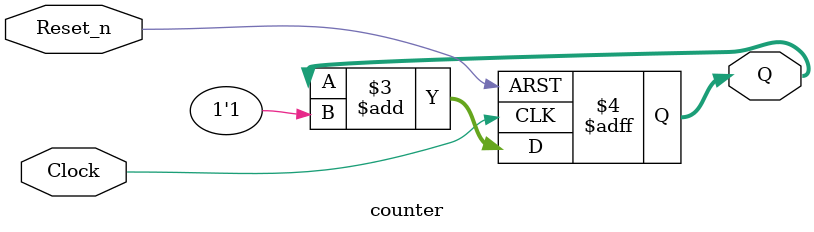
<source format=v>
module counter (Clock, Reset_n, Q);

  parameter n = 4;

  input Clock, Reset_n;
  output [n-1:0] Q;
  reg [n-1:0] Q;

  always @(posedge Clock or negedge Reset_n)
  begin
    if (!Reset_n)
      Q <= 1'd0;
    else
      Q <= Q + 1'b1;
  end
endmodule

</source>
